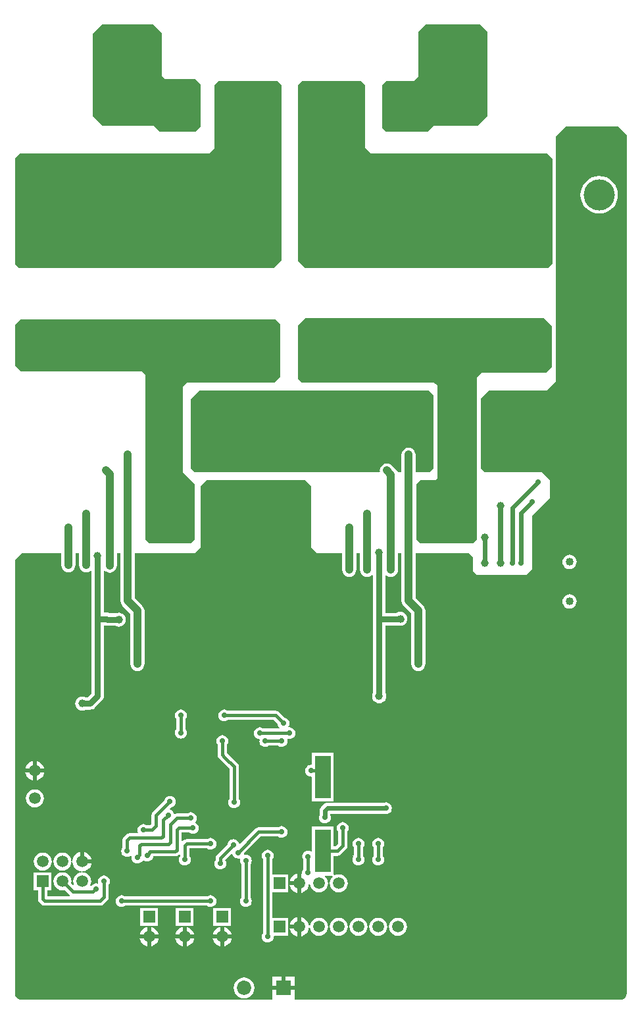
<source format=gbl>
G04*
G04 #@! TF.GenerationSoftware,Altium Limited,Altium Designer,21.0.9 (235)*
G04*
G04 Layer_Physical_Order=2*
G04 Layer_Color=16711680*
%FSLAX25Y25*%
%MOIN*%
G70*
G04*
G04 #@! TF.SameCoordinates,E5C10B9F-721F-4CD3-8270-1C0E1EB20485*
G04*
G04*
G04 #@! TF.FilePolarity,Positive*
G04*
G01*
G75*
%ADD13C,0.02362*%
%ADD19R,0.08661X0.21654*%
%ADD35R,0.07284X0.07284*%
%ADD72C,0.03150*%
%ADD74C,0.01570*%
%ADD78C,0.02756*%
%ADD79C,0.03937*%
%ADD80C,0.19685*%
%ADD81O,0.07874X0.11811*%
%ADD82R,0.07874X0.11811*%
%ADD83C,0.04000*%
%ADD84C,0.05906*%
%ADD85R,0.05906X0.05906*%
%ADD86C,0.15748*%
%ADD87C,0.07284*%
%ADD88C,0.03543*%
%ADD89C,0.03937*%
%ADD90C,0.02756*%
%ADD91R,0.07874X0.21654*%
G36*
X620500Y670000D02*
X620500Y627500D01*
X615500Y622500D01*
X593000D01*
X590000Y619500D01*
X569000D01*
X567000Y621500D01*
Y643000D01*
X569000Y645000D01*
X583000D01*
X585500Y647500D01*
X585500D01*
X585500Y649500D01*
X585500Y670000D01*
X589385Y673885D01*
X616615D01*
X620500Y670000D01*
D02*
G37*
G36*
X455500Y669500D02*
Y647500D01*
X457000Y646000D01*
X472500D01*
X475000Y643500D01*
Y622000D01*
X472500Y619500D01*
X454500D01*
X451500Y622500D01*
X425500D01*
X420500Y627500D01*
X420500Y669000D01*
X425385Y673885D01*
X451116D01*
X455500Y669500D01*
D02*
G37*
G36*
X558500Y643000D02*
X558500Y611500D01*
X561500Y608500D01*
X650500Y608500D01*
X653394Y605606D01*
X653394Y552894D01*
X651000Y550500D01*
X528000D01*
X524500Y554000D01*
X524500Y643000D01*
X526500Y645000D01*
X556500D01*
X558500Y643000D01*
D02*
G37*
G36*
X516000D02*
X516000Y554500D01*
X512000Y550500D01*
X406000Y550500D01*
X383000Y550500D01*
X381116Y552385D01*
Y606115D01*
X383500Y608500D01*
X479500D01*
X482000Y611000D01*
Y643000D01*
X484000Y645000D01*
X514000D01*
X516000Y643000D01*
D02*
G37*
G36*
X649000Y525000D02*
X653000Y521000D01*
X653000Y500500D01*
X650000Y497500D01*
X617500Y497500D01*
X615000Y495000D01*
X615000Y413000D01*
X613000Y411000D01*
X586500Y411000D01*
X584500Y413000D01*
X584500Y441000D01*
X586500Y443000D01*
X594000Y443000D01*
X595000Y444000D01*
X595000D01*
X595000Y491000D01*
X593000Y492500D01*
X526500D01*
X524500Y494500D01*
X524500Y521500D01*
X528000Y525000D01*
X649000Y525000D01*
D02*
G37*
G36*
X690884Y617616D02*
X690885Y183000D01*
X690894Y182953D01*
X690801Y182249D01*
X690512Y181550D01*
X690051Y180949D01*
X689450Y180489D01*
X688751Y180199D01*
X688047Y180106D01*
X688000Y180115D01*
X555000D01*
Y212433D01*
X555000Y212433D01*
X556182Y212589D01*
X557283Y213045D01*
X558229Y213771D01*
X558955Y214717D01*
X559411Y215818D01*
X559567Y217000D01*
X559411Y218182D01*
X558955Y219283D01*
X558229Y220229D01*
X557283Y220955D01*
X556182Y221411D01*
X555000Y221567D01*
X555000Y222067D01*
Y247522D01*
X555000Y248022D01*
X555771Y248123D01*
X556489Y248421D01*
X557106Y248894D01*
X557579Y249511D01*
X557877Y250229D01*
X557978Y251000D01*
X557877Y251771D01*
X557579Y252489D01*
X557406Y252715D01*
Y257285D01*
X557579Y257511D01*
X557877Y258229D01*
X557978Y259000D01*
X557877Y259771D01*
X557579Y260489D01*
X557106Y261106D01*
X556489Y261579D01*
X555771Y261877D01*
X555000Y261978D01*
X554229Y261877D01*
X553511Y261579D01*
X552894Y261106D01*
X552421Y260489D01*
X552123Y259771D01*
X552022Y259000D01*
X552123Y258229D01*
X552421Y257511D01*
X552594Y257285D01*
Y253000D01*
X552182D01*
X552429Y252500D01*
X552421Y252489D01*
X552123Y251771D01*
X552022Y251000D01*
X552123Y250229D01*
X552421Y249511D01*
X552894Y248894D01*
X553511Y248421D01*
X554229Y248123D01*
X555000Y248022D01*
X555000Y221567D01*
X553818Y221411D01*
X552717Y220955D01*
X551771Y220229D01*
X551045Y219283D01*
X550589Y218182D01*
X550433Y217000D01*
X550589Y215818D01*
X551045Y214717D01*
X551771Y213771D01*
X552717Y213045D01*
X553818Y212589D01*
X555000Y212433D01*
X555000Y180115D01*
X522997D01*
X522610Y180390D01*
X522610Y180615D01*
Y185016D01*
X517000D01*
X511390D01*
Y180615D01*
X511390Y180390D01*
X511003Y180115D01*
X384000D01*
X383953Y180106D01*
X383249Y180199D01*
X382550Y180489D01*
X381949Y180949D01*
X381488Y181550D01*
X381199Y182249D01*
X381163Y182520D01*
X381116Y183000D01*
X381115Y183495D01*
X381115Y402615D01*
X384500Y406000D01*
X386000Y406000D01*
X404426Y406000D01*
Y400000D01*
X404548Y399075D01*
X404905Y398213D01*
X405473Y397473D01*
X406213Y396905D01*
X407075Y396548D01*
X408000Y396426D01*
X408925Y396548D01*
X409787Y396905D01*
X410527Y397473D01*
X411095Y398213D01*
X411452Y399075D01*
X411574Y400000D01*
Y406000D01*
X413426Y406000D01*
Y400000D01*
X413548Y399075D01*
X413905Y398213D01*
X414473Y397473D01*
X415213Y396905D01*
X416075Y396548D01*
X417000Y396426D01*
X417925Y396548D01*
X418787Y396905D01*
X419168Y397198D01*
X419668Y396951D01*
Y372858D01*
Y335161D01*
X417684Y333177D01*
X416590D01*
X415925Y333452D01*
X415000Y333574D01*
X414075Y333452D01*
X413213Y333095D01*
X412473Y332527D01*
X411905Y331787D01*
X411548Y330925D01*
X411426Y330000D01*
X411548Y329075D01*
X411905Y328213D01*
X412473Y327473D01*
X413213Y326905D01*
X414075Y326548D01*
X415000Y326426D01*
X415925Y326548D01*
X416590Y326823D01*
X419000D01*
X419822Y326932D01*
X420588Y327249D01*
X421246Y327754D01*
X425091Y331599D01*
X425596Y332257D01*
X425913Y333023D01*
X426022Y333845D01*
Y369332D01*
X426522Y369600D01*
X426768Y369497D01*
X427591Y369389D01*
X431697D01*
X431787Y369320D01*
X432649Y368963D01*
X433574Y368842D01*
X434499Y368963D01*
X435361Y369320D01*
X436101Y369888D01*
X436669Y370628D01*
X437026Y371490D01*
X437148Y372415D01*
X437026Y373340D01*
X436669Y374202D01*
X436101Y374942D01*
X435361Y375510D01*
X434499Y375868D01*
X433574Y375989D01*
X432649Y375868D01*
X432348Y375743D01*
X428564D01*
X428121Y375926D01*
X427299Y376034D01*
X426022D01*
Y397047D01*
X426104Y397074D01*
X426522Y397162D01*
X427213Y396632D01*
X428075Y396275D01*
X429000Y396153D01*
X429925Y396275D01*
X430787Y396632D01*
X431527Y397200D01*
X432095Y397940D01*
X432452Y398802D01*
X432574Y399727D01*
Y406000D01*
X434426D01*
Y382000D01*
X434548Y381075D01*
X434905Y380213D01*
X435473Y379473D01*
X439426Y375520D01*
Y350000D01*
X439548Y349075D01*
X439905Y348213D01*
X440473Y347473D01*
X441213Y346905D01*
X442075Y346548D01*
X443000Y346426D01*
X443925Y346548D01*
X444787Y346905D01*
X445527Y347473D01*
X446095Y348213D01*
X446452Y349075D01*
X446574Y350000D01*
Y377000D01*
X446452Y377925D01*
X446095Y378787D01*
X445527Y379527D01*
X441574Y383480D01*
Y406000D01*
X472000Y406000D01*
X475000Y409000D01*
X475000Y440000D01*
X478000Y443000D01*
X528000Y443000D01*
X531000Y440000D01*
Y409000D01*
X534000Y406000D01*
X546828D01*
Y397672D01*
X546949Y396747D01*
X547306Y395885D01*
X547874Y395145D01*
X548615Y394577D01*
X549477Y394220D01*
X550402Y394098D01*
X551327Y394220D01*
X552188Y394577D01*
X552929Y395145D01*
X553497Y395885D01*
X553854Y396747D01*
X553975Y397672D01*
Y406000D01*
X555826D01*
Y397673D01*
X555948Y396748D01*
X556305Y395886D01*
X556873Y395146D01*
X556875Y395145D01*
X557615Y394577D01*
X558477Y394220D01*
X559402Y394098D01*
X560327Y394220D01*
X561189Y394577D01*
X561823Y395064D01*
X562323Y394904D01*
Y372737D01*
X562345Y372573D01*
Y335292D01*
X562070Y334628D01*
X561948Y333703D01*
X562070Y332778D01*
X562427Y331916D01*
X562994Y331175D01*
X563735Y330608D01*
X564597Y330251D01*
X565522Y330129D01*
X566447Y330251D01*
X567309Y330608D01*
X568049Y331175D01*
X568617Y331916D01*
X568974Y332778D01*
X569095Y333703D01*
X568974Y334628D01*
X568698Y335292D01*
Y369538D01*
X575029D01*
X575350Y369406D01*
X576275Y369284D01*
X577200Y369406D01*
X578062Y369762D01*
X578802Y370331D01*
X579370Y371071D01*
X579727Y371933D01*
X579849Y372858D01*
X579727Y373782D01*
X579370Y374644D01*
X578802Y375385D01*
X578062Y375953D01*
X577200Y376310D01*
X576275Y376431D01*
X575350Y376310D01*
X574488Y375953D01*
X574409Y375892D01*
X568677D01*
Y394666D01*
X569177Y394913D01*
X569615Y394577D01*
X570477Y394220D01*
X571402Y394098D01*
X572327Y394220D01*
X573188Y394577D01*
X573929Y395145D01*
X574027Y395243D01*
X574595Y395983D01*
X574952Y396845D01*
X575074Y397770D01*
Y406000D01*
X576828D01*
Y382000D01*
X576950Y381075D01*
X577307Y380213D01*
X577875Y379473D01*
X581828Y375520D01*
Y350000D01*
X581950Y349075D01*
X582306Y348213D01*
X582874Y347473D01*
X583615Y346905D01*
X584477Y346548D01*
X585402Y346426D01*
X586327Y346548D01*
X587188Y346905D01*
X587929Y347473D01*
X588497Y348213D01*
X588854Y349075D01*
X588975Y350000D01*
Y377000D01*
X588854Y377925D01*
X588497Y378787D01*
X587929Y379527D01*
X583976Y383480D01*
Y406000D01*
X611000Y406000D01*
X613000Y404000D01*
Y397000D01*
X615000Y395000D01*
X640000D01*
X643000Y398000D01*
Y404000D01*
X643000Y404000D01*
Y425000D01*
X652000Y434000D01*
X652000Y443000D01*
X648000Y447000D01*
X619000Y447000D01*
X617000Y449000D01*
X617000Y484500D01*
X621000Y488500D01*
X650500Y488500D01*
X655000Y493000D01*
X655000Y617000D01*
X660000Y622000D01*
X686500D01*
X690884Y617616D01*
D02*
G37*
G36*
X590500Y488500D02*
X593000Y486000D01*
Y449000D01*
X591000Y447000D01*
X583976D01*
Y456000D01*
X583854Y456925D01*
X583497Y457787D01*
X582929Y458527D01*
X582189Y459095D01*
X581327Y459452D01*
X580402Y459574D01*
X579477Y459452D01*
X578615Y459095D01*
X577875Y458527D01*
X577307Y457787D01*
X576950Y456925D01*
X576828Y456000D01*
Y447000D01*
X574880D01*
X574595Y447687D01*
X574027Y448427D01*
X571927Y450527D01*
X571187Y451095D01*
X570325Y451452D01*
X569400Y451574D01*
X568475Y451452D01*
X567613Y451095D01*
X566873Y450527D01*
X566305Y449787D01*
X565948Y448925D01*
X565826Y448000D01*
X565892Y447500D01*
X565458Y447000D01*
X472000D01*
X470000Y449000D01*
X470000Y484000D01*
X474500Y488500D01*
X590500Y488500D01*
D02*
G37*
G36*
X466000Y524500D02*
X513000Y524500D01*
X515500Y522000D01*
X515500Y495500D01*
X512500Y492500D01*
X468000Y492500D01*
X466000Y490500D01*
Y447000D01*
X472000Y441000D01*
Y413000D01*
X470000Y411000D01*
X449000D01*
X447000Y413000D01*
X447000Y496500D01*
X445500Y498000D01*
X384000Y498000D01*
X381116Y500884D01*
Y521615D01*
X384000Y524500D01*
X466000Y524500D01*
D02*
G37*
%LPC*%
G36*
X677000Y596994D02*
X675148Y596812D01*
X673367Y596272D01*
X671725Y595394D01*
X670286Y594214D01*
X669106Y592775D01*
X668228Y591133D01*
X667688Y589352D01*
X667506Y587500D01*
X667688Y585648D01*
X668228Y583867D01*
X669106Y582225D01*
X670286Y580786D01*
X671725Y579606D01*
X673367Y578728D01*
X675148Y578188D01*
X677000Y578006D01*
X678852Y578188D01*
X680633Y578728D01*
X682275Y579606D01*
X683714Y580786D01*
X684894Y582225D01*
X685772Y583867D01*
X686312Y585648D01*
X686494Y587500D01*
X686312Y589352D01*
X685772Y591133D01*
X684894Y592775D01*
X683714Y594214D01*
X682275Y595394D01*
X680633Y596272D01*
X678852Y596812D01*
X677000Y596994D01*
D02*
G37*
G36*
X662000Y405305D02*
X661067Y405183D01*
X660197Y404822D01*
X659450Y404249D01*
X658877Y403503D01*
X658517Y402633D01*
X658394Y401700D01*
X658517Y400767D01*
X658877Y399897D01*
X659450Y399150D01*
X660197Y398577D01*
X661067Y398217D01*
X662000Y398094D01*
X662933Y398217D01*
X663803Y398577D01*
X664550Y399150D01*
X665123Y399897D01*
X665483Y400767D01*
X665606Y401700D01*
X665483Y402633D01*
X665123Y403503D01*
X664550Y404249D01*
X663803Y404822D01*
X662933Y405183D01*
X662000Y405305D01*
D02*
G37*
G36*
Y385305D02*
X661067Y385183D01*
X660197Y384822D01*
X659450Y384249D01*
X658877Y383503D01*
X658517Y382633D01*
X658394Y381700D01*
X658517Y380767D01*
X658877Y379897D01*
X659450Y379150D01*
X660197Y378577D01*
X661067Y378217D01*
X662000Y378094D01*
X662933Y378217D01*
X663803Y378577D01*
X664550Y379150D01*
X665123Y379897D01*
X665483Y380767D01*
X665606Y381700D01*
X665483Y382633D01*
X665123Y383503D01*
X664550Y384249D01*
X663803Y384822D01*
X662933Y385183D01*
X662000Y385305D01*
D02*
G37*
G36*
X487000Y326978D02*
X486229Y326877D01*
X485511Y326579D01*
X484894Y326106D01*
X484421Y325489D01*
X484123Y324771D01*
X484022Y324000D01*
X484123Y323229D01*
X484421Y322511D01*
X484894Y321894D01*
X485511Y321421D01*
X486229Y321123D01*
X487000Y321022D01*
X487771Y321123D01*
X488489Y321421D01*
X488715Y321594D01*
X512003D01*
X514086Y319511D01*
X514123Y319229D01*
X514421Y318511D01*
X514885Y317906D01*
X514877Y317849D01*
X514709Y317406D01*
X506715D01*
X506489Y317579D01*
X505771Y317877D01*
X505000Y317978D01*
X504229Y317877D01*
X503511Y317579D01*
X502894Y317106D01*
X502421Y316489D01*
X502123Y315771D01*
X502022Y315000D01*
X502123Y314229D01*
X502421Y313511D01*
X502894Y312894D01*
X503511Y312421D01*
X504229Y312123D01*
X504487Y312089D01*
X504896Y311771D01*
X504871Y311578D01*
X504795Y311000D01*
X504896Y310229D01*
X505194Y309511D01*
X505667Y308894D01*
X506284Y308421D01*
X507002Y308123D01*
X507773Y308022D01*
X508544Y308123D01*
X509262Y308421D01*
X509488Y308594D01*
X514285D01*
X514511Y308421D01*
X515229Y308123D01*
X516000Y308022D01*
X516771Y308123D01*
X517489Y308421D01*
X518106Y308894D01*
X518579Y309511D01*
X518877Y310229D01*
X518978Y311000D01*
X518883Y311726D01*
X519054Y311947D01*
X519274Y312117D01*
X520000Y312022D01*
X520771Y312123D01*
X521489Y312421D01*
X522106Y312894D01*
X522579Y313511D01*
X522877Y314229D01*
X522978Y315000D01*
X522877Y315771D01*
X522579Y316489D01*
X522106Y317106D01*
X521489Y317579D01*
X520771Y317877D01*
X520000Y317978D01*
X519778Y317949D01*
X519508Y318418D01*
X519579Y318511D01*
X519877Y319229D01*
X519978Y320000D01*
X519877Y320771D01*
X519579Y321489D01*
X519106Y322106D01*
X518489Y322579D01*
X517771Y322877D01*
X517489Y322914D01*
X514701Y325701D01*
X513921Y326223D01*
X513000Y326406D01*
X488715D01*
X488489Y326579D01*
X487771Y326877D01*
X487000Y326978D01*
D02*
G37*
G36*
X465000D02*
X464229Y326877D01*
X463511Y326579D01*
X462894Y326106D01*
X462421Y325489D01*
X462123Y324771D01*
X462022Y324000D01*
X462123Y323229D01*
X462421Y322511D01*
X462594Y322285D01*
Y316855D01*
X462421Y316629D01*
X462123Y315911D01*
X462022Y315140D01*
X462123Y314369D01*
X462421Y313651D01*
X462894Y313034D01*
X463511Y312561D01*
X464229Y312263D01*
X465000Y312162D01*
X465771Y312263D01*
X466489Y312561D01*
X467106Y313034D01*
X467579Y313651D01*
X467877Y314369D01*
X467978Y315140D01*
X467877Y315911D01*
X467579Y316629D01*
X467406Y316855D01*
Y322285D01*
X467579Y322511D01*
X467877Y323229D01*
X467978Y324000D01*
X467877Y324771D01*
X467579Y325489D01*
X467106Y326106D01*
X466489Y326579D01*
X465771Y326877D01*
X465000Y326978D01*
D02*
G37*
G36*
X542512Y305102D02*
X531488D01*
Y299312D01*
X531112Y298982D01*
X530979Y299000D01*
X530208Y298898D01*
X529490Y298601D01*
X528873Y298127D01*
X528400Y297510D01*
X528102Y296792D01*
X528000Y296021D01*
X528102Y295250D01*
X528400Y294532D01*
X528873Y293915D01*
X529490Y293442D01*
X530208Y293144D01*
X530979Y293043D01*
X531112Y293061D01*
X531488Y292731D01*
Y281000D01*
Y280299D01*
X542512D01*
Y305102D01*
D02*
G37*
G36*
X391984Y300834D02*
Y296984D01*
X395834D01*
X395795Y297285D01*
X395299Y298482D01*
X394510Y299510D01*
X393482Y300299D01*
X392285Y300795D01*
X391984Y300834D01*
D02*
G37*
G36*
X390016D02*
X389715Y300795D01*
X388518Y300299D01*
X387490Y299510D01*
X386701Y298482D01*
X386205Y297285D01*
X386166Y296984D01*
X390016D01*
Y300834D01*
D02*
G37*
G36*
X395834Y295016D02*
X391984D01*
Y291166D01*
X392285Y291205D01*
X393482Y291701D01*
X394510Y292490D01*
X395299Y293518D01*
X395795Y294715D01*
X395834Y295016D01*
D02*
G37*
G36*
X390016D02*
X386166D01*
X386205Y294715D01*
X386701Y293518D01*
X387490Y292490D01*
X388518Y291701D01*
X389715Y291205D01*
X390016Y291166D01*
Y295016D01*
D02*
G37*
G36*
X391000Y286567D02*
X389818Y286411D01*
X388717Y285955D01*
X387771Y285229D01*
X387045Y284283D01*
X386589Y283182D01*
X386433Y282000D01*
X386589Y280818D01*
X387045Y279717D01*
X387771Y278771D01*
X388717Y278045D01*
X389818Y277589D01*
X391000Y277433D01*
X392182Y277589D01*
X393283Y278045D01*
X394229Y278771D01*
X394955Y279717D01*
X395411Y280818D01*
X395567Y282000D01*
X395411Y283182D01*
X394955Y284283D01*
X394229Y285229D01*
X393283Y285955D01*
X392182Y286411D01*
X391000Y286567D01*
D02*
G37*
G36*
X486000Y313978D02*
X485229Y313877D01*
X484511Y313579D01*
X483894Y313106D01*
X483421Y312489D01*
X483123Y311771D01*
X483022Y311000D01*
X483123Y310229D01*
X483421Y309511D01*
X483594Y309285D01*
Y304000D01*
X483777Y303079D01*
X484299Y302299D01*
X485799Y300799D01*
X489594Y297003D01*
Y281686D01*
X489443Y281489D01*
X489145Y280771D01*
X489044Y280000D01*
X489145Y279229D01*
X489443Y278511D01*
X489916Y277894D01*
X490533Y277421D01*
X491251Y277123D01*
X492022Y277022D01*
X492793Y277123D01*
X493511Y277421D01*
X494128Y277894D01*
X494601Y278511D01*
X494899Y279229D01*
X495000Y280000D01*
X494899Y280771D01*
X494601Y281489D01*
X494406Y281743D01*
Y298000D01*
X494223Y298921D01*
X493701Y299701D01*
X489201Y304201D01*
X488406Y304997D01*
Y309285D01*
X488579Y309511D01*
X488877Y310229D01*
X488978Y311000D01*
X488877Y311771D01*
X488579Y312489D01*
X488106Y313106D01*
X487489Y313579D01*
X486771Y313877D01*
X486000Y313978D01*
D02*
G37*
G36*
X568962Y279941D02*
X568191Y279839D01*
X568048Y279780D01*
X539459D01*
X538740Y279685D01*
X538069Y279407D01*
X537494Y278965D01*
X536110Y277582D01*
X535668Y277006D01*
X535390Y276336D01*
X535296Y275616D01*
Y273449D01*
X535123Y273033D01*
X535022Y272262D01*
X535123Y271491D01*
X535421Y270773D01*
X535894Y270156D01*
X536511Y269683D01*
X537229Y269386D01*
X538000Y269284D01*
X538771Y269386D01*
X539489Y269683D01*
X540106Y270156D01*
X540579Y270773D01*
X540877Y271491D01*
X540978Y272262D01*
X540877Y273033D01*
X540855Y273085D01*
Y274220D01*
X567866D01*
X568191Y274086D01*
X568962Y273984D01*
X569733Y274086D01*
X570451Y274383D01*
X571068Y274856D01*
X571542Y275473D01*
X571839Y276191D01*
X571941Y276962D01*
X571839Y277733D01*
X571542Y278451D01*
X571068Y279068D01*
X570451Y279542D01*
X569733Y279839D01*
X568962Y279941D01*
D02*
G37*
G36*
X459500Y283254D02*
X458729Y283152D01*
X458011Y282855D01*
X457394Y282382D01*
X456921Y281765D01*
X456623Y281046D01*
X456586Y280764D01*
X450799Y274977D01*
X450277Y274196D01*
X450094Y273276D01*
Y268997D01*
X449485Y268388D01*
X447715D01*
X447489Y268561D01*
X446771Y268859D01*
X446000Y268960D01*
X445229Y268859D01*
X444511Y268561D01*
X443894Y268088D01*
X443421Y267471D01*
X443123Y266753D01*
X443022Y265982D01*
X443123Y265211D01*
X443250Y264906D01*
X442916Y264406D01*
X439000D01*
X438079Y264223D01*
X437299Y263701D01*
X436077Y262480D01*
X435555Y261699D01*
X435372Y260778D01*
Y256990D01*
X435199Y256765D01*
X434902Y256046D01*
X434800Y255276D01*
X434902Y254505D01*
X435199Y253786D01*
X435672Y253170D01*
X436289Y252696D01*
X437007Y252399D01*
X437778Y252297D01*
X438549Y252399D01*
X439267Y252696D01*
X439683Y253015D01*
X440000Y252840D01*
X440116Y252717D01*
X440022Y252000D01*
X440123Y251229D01*
X440421Y250511D01*
X440894Y249894D01*
X441511Y249421D01*
X442229Y249123D01*
X443000Y249022D01*
X443771Y249123D01*
X444489Y249421D01*
X445106Y249894D01*
X445579Y250511D01*
X445580Y250514D01*
X446186Y250670D01*
X446511Y250421D01*
X447229Y250123D01*
X448000Y250022D01*
X448771Y250123D01*
X449489Y250421D01*
X450106Y250894D01*
X450579Y251511D01*
X450877Y252229D01*
X450925Y252594D01*
X462080D01*
X463001Y252777D01*
X463782Y253299D01*
X464132Y253649D01*
X464594Y253458D01*
Y252715D01*
X464421Y252489D01*
X464123Y251771D01*
X464022Y251000D01*
X464123Y250229D01*
X464421Y249511D01*
X464894Y248894D01*
X465511Y248421D01*
X466229Y248123D01*
X467000Y248022D01*
X467771Y248123D01*
X468489Y248421D01*
X469106Y248894D01*
X469579Y249511D01*
X469877Y250229D01*
X469978Y251000D01*
X469877Y251771D01*
X469579Y252489D01*
X469406Y252715D01*
Y256594D01*
X478285D01*
X478511Y256421D01*
X479229Y256123D01*
X480000Y256022D01*
X480771Y256123D01*
X481489Y256421D01*
X482106Y256894D01*
X482579Y257511D01*
X482877Y258229D01*
X482978Y259000D01*
X482877Y259771D01*
X482579Y260489D01*
X482106Y261106D01*
X481489Y261579D01*
X480771Y261877D01*
X480000Y261978D01*
X479229Y261877D01*
X478511Y261579D01*
X478285Y261406D01*
X468000D01*
X467079Y261223D01*
X466299Y260701D01*
X465868Y260271D01*
X465406Y260462D01*
Y264594D01*
X469264D01*
X469582Y264350D01*
X470300Y264053D01*
X471071Y263951D01*
X471841Y264053D01*
X472560Y264350D01*
X473176Y264824D01*
X473650Y265440D01*
X473947Y266159D01*
X474049Y266929D01*
X473947Y267700D01*
X473650Y268419D01*
X473176Y269035D01*
X472560Y269509D01*
X472445Y269556D01*
X472306Y270155D01*
X472579Y270511D01*
X472877Y271229D01*
X472978Y272000D01*
X472877Y272771D01*
X472579Y273489D01*
X472106Y274106D01*
X471489Y274579D01*
X470771Y274877D01*
X470000Y274978D01*
X469229Y274877D01*
X468511Y274579D01*
X468285Y274406D01*
X463000D01*
X462079Y274223D01*
X461877Y274088D01*
X461545Y274238D01*
X461397Y274368D01*
X461122Y275032D01*
X460648Y275648D01*
X460032Y276122D01*
X459625Y276290D01*
X459507Y276880D01*
X459989Y277362D01*
X460271Y277399D01*
X460989Y277696D01*
X461606Y278170D01*
X462079Y278786D01*
X462377Y279505D01*
X462478Y280276D01*
X462377Y281046D01*
X462079Y281765D01*
X461606Y282382D01*
X460989Y282855D01*
X460271Y283152D01*
X459500Y283254D01*
D02*
G37*
G36*
X516000Y267978D02*
X515229Y267877D01*
X514511Y267579D01*
X514285Y267406D01*
X504500D01*
X503579Y267223D01*
X502799Y266701D01*
X494998Y258900D01*
X494524Y259061D01*
X494515Y259133D01*
X494217Y259851D01*
X493744Y260468D01*
X493127Y260941D01*
X492409Y261239D01*
X491638Y261340D01*
X490867Y261239D01*
X490149Y260941D01*
X489532Y260468D01*
X489059Y259851D01*
X488761Y259133D01*
X488724Y258851D01*
X483299Y253426D01*
X482777Y252645D01*
X482594Y251724D01*
Y250715D01*
X482421Y250489D01*
X482123Y249771D01*
X482022Y249000D01*
X482123Y248229D01*
X482421Y247511D01*
X482894Y246894D01*
X483511Y246421D01*
X484229Y246123D01*
X485000Y246022D01*
X485771Y246123D01*
X486489Y246421D01*
X487106Y246894D01*
X487579Y247511D01*
X487877Y248229D01*
X487978Y249000D01*
X487877Y249771D01*
X487579Y250489D01*
X487406Y250715D01*
Y250728D01*
X490640Y253962D01*
X491114Y253801D01*
X491123Y253729D01*
X491421Y253011D01*
X491894Y252394D01*
X492511Y251921D01*
X493229Y251623D01*
X494000Y251522D01*
X494682Y251611D01*
X494938Y251393D01*
X495073Y251207D01*
X494980Y250500D01*
X495082Y249729D01*
X495379Y249011D01*
X495552Y248785D01*
Y231715D01*
X495379Y231489D01*
X495082Y230771D01*
X494980Y230000D01*
X495082Y229229D01*
X495379Y228511D01*
X495852Y227894D01*
X496469Y227421D01*
X497188Y227123D01*
X497958Y227022D01*
X498729Y227123D01*
X499447Y227421D01*
X500064Y227894D01*
X500538Y228511D01*
X500835Y229229D01*
X500937Y230000D01*
X500835Y230771D01*
X500538Y231489D01*
X500364Y231715D01*
Y248785D01*
X500538Y249011D01*
X500835Y249729D01*
X500937Y250500D01*
X500835Y251271D01*
X500538Y251989D01*
X500064Y252606D01*
X499447Y253079D01*
X498729Y253377D01*
X497958Y253478D01*
X497497Y253417D01*
X497037Y253783D01*
X497001Y254099D01*
X505497Y262594D01*
X514285D01*
X514511Y262421D01*
X515229Y262123D01*
X516000Y262022D01*
X516771Y262123D01*
X517489Y262421D01*
X518106Y262894D01*
X518579Y263511D01*
X518877Y264229D01*
X518978Y265000D01*
X518877Y265771D01*
X518579Y266489D01*
X518106Y267106D01*
X517489Y267579D01*
X516771Y267877D01*
X516000Y267978D01*
D02*
G37*
G36*
X547000Y269978D02*
X546229Y269877D01*
X545511Y269579D01*
X544894Y269106D01*
X544421Y268489D01*
X544123Y267771D01*
X544022Y267000D01*
X544123Y266229D01*
X544421Y265511D01*
X544594Y265285D01*
Y258997D01*
X543303Y257705D01*
X542512D01*
Y267701D01*
X531488D01*
Y255261D01*
X531040Y255040D01*
X530989Y255079D01*
X530271Y255377D01*
X529500Y255478D01*
X528729Y255377D01*
X528011Y255079D01*
X527394Y254606D01*
X526921Y253989D01*
X526623Y253271D01*
X526588Y253000D01*
X526208D01*
X526538Y252624D01*
X526522Y252500D01*
X526623Y251729D01*
X526921Y251011D01*
X527094Y250785D01*
Y246215D01*
X526921Y245989D01*
X526623Y245271D01*
X526522Y244500D01*
X526558Y244222D01*
X526481Y244101D01*
X526107Y243818D01*
X525984Y243834D01*
Y239000D01*
Y234166D01*
X526285Y234205D01*
X527482Y234701D01*
X528510Y235490D01*
X529299Y236518D01*
X529795Y237715D01*
X529946Y238868D01*
X530451D01*
X530589Y237818D01*
X531045Y236717D01*
X531771Y235771D01*
X532717Y235045D01*
X533818Y234589D01*
X535000Y234433D01*
X536182Y234589D01*
X537283Y235045D01*
X538229Y235771D01*
X538955Y236717D01*
X539411Y237818D01*
X539567Y239000D01*
X539411Y240182D01*
X538955Y241283D01*
X538229Y242229D01*
X537975Y242424D01*
X538136Y242898D01*
X541821D01*
X541991Y242398D01*
X541771Y242229D01*
X541045Y241283D01*
X540589Y240182D01*
X540433Y239000D01*
X540589Y237818D01*
X541045Y236717D01*
X541771Y235771D01*
X542717Y235045D01*
X543818Y234589D01*
X545000Y234433D01*
X546182Y234589D01*
X547283Y235045D01*
X548229Y235771D01*
X548955Y236717D01*
X549411Y237818D01*
X549567Y239000D01*
X549411Y240182D01*
X548955Y241283D01*
X548229Y242229D01*
X547283Y242955D01*
X546182Y243411D01*
X545000Y243567D01*
X543818Y243411D01*
X543012Y243077D01*
X542512Y243403D01*
Y252893D01*
X544299D01*
X544836Y253000D01*
X546006D01*
X545854Y253500D01*
X546000Y253598D01*
X548701Y256299D01*
X549223Y257079D01*
X549406Y258000D01*
Y265285D01*
X549579Y265511D01*
X549877Y266229D01*
X549978Y267000D01*
X549877Y267771D01*
X549579Y268489D01*
X549106Y269106D01*
X548489Y269579D01*
X547771Y269877D01*
X547000Y269978D01*
D02*
G37*
G36*
X415984Y254834D02*
Y250984D01*
X419834D01*
X419795Y251285D01*
X419299Y252482D01*
X418510Y253510D01*
X417482Y254299D01*
X416285Y254795D01*
X415984Y254834D01*
D02*
G37*
G36*
X414016D02*
X413715Y254795D01*
X412518Y254299D01*
X411490Y253510D01*
X410701Y252482D01*
X410205Y251285D01*
X410083Y250356D01*
X410054Y250132D01*
X409549D01*
X409520Y250356D01*
X409411Y251182D01*
X408955Y252283D01*
X408229Y253229D01*
X407283Y253955D01*
X406182Y254411D01*
X405000Y254567D01*
X403818Y254411D01*
X402717Y253955D01*
X401771Y253229D01*
X401045Y252283D01*
X400589Y251182D01*
X400433Y250000D01*
X400589Y248818D01*
X401045Y247717D01*
X401771Y246771D01*
X402717Y246045D01*
X403818Y245589D01*
X405000Y245433D01*
X406182Y245589D01*
X407283Y246045D01*
X408229Y246771D01*
X408955Y247717D01*
X409411Y248818D01*
X409520Y249644D01*
X409549Y249868D01*
X410054D01*
X410083Y249644D01*
X410205Y248715D01*
X410701Y247518D01*
X411490Y246490D01*
X412518Y245701D01*
X413715Y245205D01*
X414644Y245083D01*
X414868Y245054D01*
Y244549D01*
X414644Y244520D01*
X413818Y244411D01*
X412717Y243955D01*
X411771Y243229D01*
X411045Y242283D01*
X410589Y241182D01*
X410433Y240000D01*
X410589Y238818D01*
X410799Y238311D01*
X410375Y238027D01*
X409431Y238971D01*
X409567Y240000D01*
X409411Y241182D01*
X408955Y242283D01*
X408229Y243229D01*
X407283Y243955D01*
X406182Y244411D01*
X405000Y244567D01*
X403818Y244411D01*
X402717Y243955D01*
X401771Y243229D01*
X401045Y242283D01*
X400589Y241182D01*
X400433Y240000D01*
X400589Y238818D01*
X401045Y237717D01*
X401771Y236771D01*
X402717Y236045D01*
X403818Y235589D01*
X405000Y235433D01*
X406029Y235569D01*
X408611Y232986D01*
X408731Y232906D01*
X408579Y232406D01*
X397406D01*
Y235472D01*
X399528D01*
Y244528D01*
X390472D01*
Y235472D01*
X392594D01*
Y231000D01*
X392777Y230079D01*
X393299Y229299D01*
X394299Y228299D01*
X395079Y227777D01*
X396000Y227594D01*
X424000D01*
X424921Y227777D01*
X425701Y228299D01*
X427701Y230299D01*
X428223Y231079D01*
X428406Y232000D01*
Y238285D01*
X428579Y238511D01*
X428877Y239229D01*
X428978Y240000D01*
X428877Y240771D01*
X428579Y241489D01*
X428106Y242106D01*
X427489Y242579D01*
X426771Y242877D01*
X426000Y242978D01*
X425229Y242877D01*
X424511Y242579D01*
X423894Y242106D01*
X423421Y241489D01*
X423123Y240771D01*
X423022Y240000D01*
X423117Y239274D01*
X422947Y239054D01*
X422726Y238883D01*
X422000Y238978D01*
X421229Y238877D01*
X420511Y238579D01*
X419894Y238106D01*
X419421Y237489D01*
X419413Y237471D01*
X419367Y237469D01*
X419357Y237475D01*
X419055Y237959D01*
X419411Y238818D01*
X419567Y240000D01*
X419411Y241182D01*
X418955Y242283D01*
X418229Y243229D01*
X417283Y243955D01*
X416182Y244411D01*
X415356Y244520D01*
X415132Y244549D01*
Y245054D01*
X415356Y245083D01*
X416285Y245205D01*
X417482Y245701D01*
X418510Y246490D01*
X419299Y247518D01*
X419795Y248715D01*
X419834Y249016D01*
X415000D01*
Y250000D01*
X414016D01*
Y254834D01*
D02*
G37*
G36*
X565000Y261978D02*
X564229Y261877D01*
X563511Y261579D01*
X562894Y261106D01*
X562421Y260489D01*
X562123Y259771D01*
X562022Y259000D01*
X562123Y258229D01*
X562421Y257511D01*
X562594Y257285D01*
Y252715D01*
X562421Y252489D01*
X562123Y251771D01*
X562022Y251000D01*
X562123Y250229D01*
X562421Y249511D01*
X562894Y248894D01*
X563511Y248421D01*
X564229Y248123D01*
X565000Y248022D01*
X565771Y248123D01*
X566489Y248421D01*
X567106Y248894D01*
X567579Y249511D01*
X567877Y250229D01*
X567978Y251000D01*
X567877Y251771D01*
X567579Y252489D01*
X567406Y252715D01*
Y257285D01*
X567579Y257511D01*
X567877Y258229D01*
X567978Y259000D01*
X567877Y259771D01*
X567579Y260489D01*
X567106Y261106D01*
X566489Y261579D01*
X565771Y261877D01*
X565000Y261978D01*
D02*
G37*
G36*
X395000Y254567D02*
X393818Y254411D01*
X392717Y253955D01*
X391771Y253229D01*
X391045Y252283D01*
X390589Y251182D01*
X390433Y250000D01*
X390589Y248818D01*
X391045Y247717D01*
X391771Y246771D01*
X392717Y246045D01*
X393818Y245589D01*
X395000Y245433D01*
X396182Y245589D01*
X397283Y246045D01*
X398229Y246771D01*
X398955Y247717D01*
X399411Y248818D01*
X399567Y250000D01*
X399411Y251182D01*
X398955Y252283D01*
X398229Y253229D01*
X397283Y253955D01*
X396182Y254411D01*
X395000Y254567D01*
D02*
G37*
G36*
X524016Y243834D02*
X523715Y243795D01*
X522518Y243299D01*
X521490Y242510D01*
X520701Y241482D01*
X520205Y240285D01*
X520166Y239984D01*
X524016D01*
Y243834D01*
D02*
G37*
G36*
Y238016D02*
X520166D01*
X520205Y237715D01*
X520701Y236518D01*
X521490Y235490D01*
X522518Y234701D01*
X523715Y234205D01*
X524016Y234166D01*
Y238016D01*
D02*
G37*
G36*
X480000Y232978D02*
X479229Y232877D01*
X478511Y232579D01*
X478285Y232406D01*
X436715D01*
X436489Y232579D01*
X435771Y232877D01*
X435000Y232978D01*
X434229Y232877D01*
X433511Y232579D01*
X432894Y232106D01*
X432421Y231489D01*
X432123Y230771D01*
X432022Y230000D01*
X432123Y229229D01*
X432421Y228511D01*
X432894Y227894D01*
X433511Y227421D01*
X434229Y227123D01*
X435000Y227022D01*
X435771Y227123D01*
X436489Y227421D01*
X436715Y227594D01*
X478285D01*
X478511Y227421D01*
X479229Y227123D01*
X480000Y227022D01*
X480771Y227123D01*
X481489Y227421D01*
X482106Y227894D01*
X482579Y228511D01*
X482877Y229229D01*
X482978Y230000D01*
X482877Y230771D01*
X482579Y231489D01*
X482106Y232106D01*
X481489Y232579D01*
X480771Y232877D01*
X480000Y232978D01*
D02*
G37*
G36*
X524016Y221834D02*
X523715Y221795D01*
X522518Y221299D01*
X521490Y220510D01*
X520701Y219482D01*
X520205Y218285D01*
X520166Y217984D01*
X524016D01*
Y221834D01*
D02*
G37*
G36*
X490527Y226528D02*
X481472D01*
Y226000D01*
Y217472D01*
X490527D01*
Y226000D01*
Y226528D01*
D02*
G37*
G36*
X471527D02*
X462472D01*
Y226000D01*
Y217472D01*
X471527D01*
Y226000D01*
Y226528D01*
D02*
G37*
G36*
X453527D02*
X444473D01*
Y226000D01*
Y217472D01*
X453527D01*
Y226000D01*
Y226528D01*
D02*
G37*
G36*
X486984Y216834D02*
Y212984D01*
X490834D01*
X490795Y213285D01*
X490299Y214482D01*
X489510Y215510D01*
X488482Y216299D01*
X487285Y216795D01*
X486984Y216834D01*
D02*
G37*
G36*
X485016D02*
X484715Y216795D01*
X483518Y216299D01*
X482490Y215510D01*
X481701Y214482D01*
X481205Y213285D01*
X481166Y212984D01*
X485016D01*
Y216834D01*
D02*
G37*
G36*
X467984D02*
Y212984D01*
X471834D01*
X471795Y213285D01*
X471299Y214482D01*
X470510Y215510D01*
X469482Y216299D01*
X468285Y216795D01*
X467984Y216834D01*
D02*
G37*
G36*
X466016D02*
X465715Y216795D01*
X464518Y216299D01*
X463490Y215510D01*
X462701Y214482D01*
X462205Y213285D01*
X462166Y212984D01*
X466016D01*
Y216834D01*
D02*
G37*
G36*
X449984D02*
Y212984D01*
X453834D01*
X453795Y213285D01*
X453299Y214482D01*
X452510Y215510D01*
X451482Y216299D01*
X450285Y216795D01*
X449984Y216834D01*
D02*
G37*
G36*
X448016D02*
X447715Y216795D01*
X446518Y216299D01*
X445490Y215510D01*
X444701Y214482D01*
X444205Y213285D01*
X444166Y212984D01*
X448016D01*
Y216834D01*
D02*
G37*
G36*
X575000Y221567D02*
X573818Y221411D01*
X572717Y220955D01*
X571771Y220229D01*
X571045Y219283D01*
X570589Y218182D01*
X570433Y217000D01*
X570589Y215818D01*
X571045Y214717D01*
X571771Y213771D01*
X572717Y213045D01*
X573818Y212589D01*
X575000Y212433D01*
X576182Y212589D01*
X577283Y213045D01*
X578229Y213771D01*
X578955Y214717D01*
X579411Y215818D01*
X579567Y217000D01*
X579411Y218182D01*
X578955Y219283D01*
X578229Y220229D01*
X577283Y220955D01*
X576182Y221411D01*
X575000Y221567D01*
D02*
G37*
G36*
X565000D02*
X563818Y221411D01*
X562717Y220955D01*
X561771Y220229D01*
X561045Y219283D01*
X560589Y218182D01*
X560433Y217000D01*
X560589Y215818D01*
X561045Y214717D01*
X561771Y213771D01*
X562717Y213045D01*
X563818Y212589D01*
X565000Y212433D01*
X566182Y212589D01*
X567283Y213045D01*
X568229Y213771D01*
X568955Y214717D01*
X569411Y215818D01*
X569567Y217000D01*
X569411Y218182D01*
X568955Y219283D01*
X568229Y220229D01*
X567283Y220955D01*
X566182Y221411D01*
X565000Y221567D01*
D02*
G37*
G36*
X545000D02*
X543818Y221411D01*
X542717Y220955D01*
X541771Y220229D01*
X541045Y219283D01*
X540589Y218182D01*
X540433Y217000D01*
X540589Y215818D01*
X541045Y214717D01*
X541771Y213771D01*
X542717Y213045D01*
X543818Y212589D01*
X545000Y212433D01*
X546182Y212589D01*
X547283Y213045D01*
X548229Y213771D01*
X548955Y214717D01*
X549411Y215818D01*
X549567Y217000D01*
X549411Y218182D01*
X548955Y219283D01*
X548229Y220229D01*
X547283Y220955D01*
X546182Y221411D01*
X545000Y221567D01*
D02*
G37*
G36*
X525984Y221834D02*
Y217000D01*
Y212166D01*
X526285Y212205D01*
X527482Y212701D01*
X528510Y213490D01*
X529299Y214518D01*
X529795Y215715D01*
X529917Y216644D01*
X529946Y216868D01*
X530451D01*
X530480Y216644D01*
X530589Y215818D01*
X531045Y214717D01*
X531771Y213771D01*
X532717Y213045D01*
X533818Y212589D01*
X535000Y212433D01*
X536182Y212589D01*
X537283Y213045D01*
X538229Y213771D01*
X538955Y214717D01*
X539411Y215818D01*
X539567Y217000D01*
X539411Y218182D01*
X538955Y219283D01*
X538229Y220229D01*
X537283Y220955D01*
X536182Y221411D01*
X535000Y221567D01*
X533818Y221411D01*
X532717Y220955D01*
X531771Y220229D01*
X531045Y219283D01*
X530589Y218182D01*
X530480Y217356D01*
X530451Y217132D01*
X529946D01*
X529917Y217356D01*
X529795Y218285D01*
X529299Y219482D01*
X528510Y220510D01*
X527482Y221299D01*
X526285Y221795D01*
X525984Y221834D01*
D02*
G37*
G36*
X524016Y216016D02*
X520166D01*
X520205Y215715D01*
X520701Y214518D01*
X521490Y213490D01*
X522518Y212701D01*
X523715Y212205D01*
X524016Y212166D01*
Y216016D01*
D02*
G37*
G36*
X509000Y255978D02*
X508229Y255877D01*
X507511Y255579D01*
X506894Y255106D01*
X506421Y254489D01*
X506123Y253771D01*
X506022Y253000D01*
X506123Y252229D01*
X506421Y251511D01*
X506594Y251285D01*
Y213715D01*
X506421Y213489D01*
X506123Y212771D01*
X506022Y212000D01*
X506123Y211229D01*
X506421Y210511D01*
X506894Y209894D01*
X507511Y209421D01*
X508229Y209123D01*
X509000Y209022D01*
X509771Y209123D01*
X510489Y209421D01*
X511106Y209894D01*
X511579Y210511D01*
X511877Y211229D01*
X511978Y212000D01*
X511966Y212097D01*
X512295Y212472D01*
X519527D01*
Y221528D01*
X511406D01*
Y234472D01*
X519527D01*
Y243528D01*
X511406D01*
Y251285D01*
X511579Y251511D01*
X511877Y252229D01*
X511978Y253000D01*
X511877Y253771D01*
X511579Y254489D01*
X511106Y255106D01*
X510489Y255579D01*
X509771Y255877D01*
X509000Y255978D01*
D02*
G37*
G36*
X490834Y211016D02*
X486984D01*
Y207166D01*
X487285Y207205D01*
X488482Y207701D01*
X489510Y208490D01*
X490299Y209518D01*
X490795Y210715D01*
X490834Y211016D01*
D02*
G37*
G36*
X485016D02*
X481166D01*
X481205Y210715D01*
X481701Y209518D01*
X482490Y208490D01*
X483518Y207701D01*
X484715Y207205D01*
X485016Y207166D01*
Y211016D01*
D02*
G37*
G36*
X471834D02*
X467984D01*
Y207166D01*
X468285Y207205D01*
X469482Y207701D01*
X470510Y208490D01*
X471299Y209518D01*
X471795Y210715D01*
X471834Y211016D01*
D02*
G37*
G36*
X466016D02*
X462166D01*
X462205Y210715D01*
X462701Y209518D01*
X463490Y208490D01*
X464518Y207701D01*
X465715Y207205D01*
X466016Y207166D01*
Y211016D01*
D02*
G37*
G36*
X453834D02*
X449984D01*
Y207166D01*
X450285Y207205D01*
X451482Y207701D01*
X452510Y208490D01*
X453299Y209518D01*
X453795Y210715D01*
X453834Y211016D01*
D02*
G37*
G36*
X448016D02*
X444166D01*
X444205Y210715D01*
X444701Y209518D01*
X445490Y208490D01*
X446518Y207701D01*
X447715Y207205D01*
X448016Y207166D01*
Y211016D01*
D02*
G37*
G36*
X522610Y191610D02*
X517984D01*
Y186984D01*
X522610D01*
Y191610D01*
D02*
G37*
G36*
X516016D02*
X511390D01*
Y186984D01*
X516016D01*
Y191610D01*
D02*
G37*
G36*
X497000Y191261D02*
X495638Y191082D01*
X494369Y190557D01*
X493280Y189720D01*
X492443Y188631D01*
X491918Y187362D01*
X491739Y186000D01*
X491918Y184638D01*
X492443Y183369D01*
X493280Y182280D01*
X494369Y181443D01*
X495638Y180918D01*
X497000Y180738D01*
X498362Y180918D01*
X499631Y181443D01*
X500721Y182280D01*
X501557Y183369D01*
X502082Y184638D01*
X502261Y186000D01*
X502082Y187362D01*
X501557Y188631D01*
X500721Y189720D01*
X499631Y190557D01*
X498362Y191082D01*
X497000Y191261D01*
D02*
G37*
%LPD*%
D13*
X637472Y401000D02*
Y426472D01*
X642834Y431834D01*
X643000Y439000D02*
X646000Y442000D01*
X633000Y401000D02*
Y429000D01*
X643000Y439000D01*
X528000Y288000D02*
X530000D01*
X526000Y290000D02*
X528000Y288000D01*
X538075Y272338D02*
Y275616D01*
X538000Y272262D02*
X538075Y272338D01*
X539459Y277000D02*
X569000D01*
X538075Y275616D02*
X539459Y277000D01*
X619000Y401000D02*
Y414000D01*
D19*
X553059Y631500D02*
D03*
X572941D02*
D03*
X510000Y604500D02*
D03*
X529882D02*
D03*
X529941Y631500D02*
D03*
X510059D02*
D03*
X468059D02*
D03*
X487941D02*
D03*
D35*
X517000Y186000D02*
D03*
D72*
X565500Y372737D02*
Y406500D01*
Y372737D02*
X565522Y372715D01*
X427591Y372566D02*
X433424D01*
X433574Y372415D01*
X427299Y372858D02*
X427591Y372566D01*
X422845Y372858D02*
X427299D01*
X565522Y333703D02*
Y372715D01*
X576550D01*
X419000Y330000D02*
X422845Y333845D01*
Y372858D01*
Y404845D01*
X415000Y330000D02*
X419000D01*
D74*
X492000Y280022D02*
X492022Y280000D01*
X487500Y302500D02*
X492000Y298000D01*
Y280022D02*
Y298000D01*
X452500Y273276D02*
X459500Y280276D01*
X452500Y268000D02*
Y273276D01*
X450482Y265982D02*
X452500Y268000D01*
X456000Y262920D02*
Y271000D01*
X458543Y273543D01*
X446000Y265982D02*
X450482D01*
X459855Y259920D02*
Y268855D01*
X463000Y272000D02*
X470000D01*
X459855Y268855D02*
X463000Y272000D01*
X439000Y262000D02*
X455080D01*
X437778Y260778D02*
X439000Y262000D01*
X437778Y255276D02*
Y260778D01*
X455080Y262000D02*
X456000Y262920D01*
X504500Y265000D02*
X516000D01*
X504500D02*
X506500D01*
X494000Y254500D02*
X504500Y265000D01*
X485000Y251724D02*
X491638Y258362D01*
X497958Y230000D02*
Y250500D01*
X529500Y244500D02*
Y252500D01*
X509000Y212000D02*
Y253000D01*
X485000Y249000D02*
Y251724D01*
X513000Y324000D02*
X517000Y320000D01*
X487000Y324000D02*
X513000D01*
X486000Y304000D02*
X487500Y302500D01*
X486000Y304000D02*
Y311000D01*
X465000Y315140D02*
Y324000D01*
X505000Y315000D02*
X520000D01*
X507773Y311000D02*
X508000D01*
X516000D01*
X395000Y231000D02*
Y240000D01*
X405000D02*
X410313Y234687D01*
X420366D01*
X421679Y236000D01*
X422000D01*
X396000Y230000D02*
X424000D01*
X395000Y231000D02*
X396000Y230000D01*
X426000Y232000D02*
Y240000D01*
X424000Y230000D02*
X426000Y232000D01*
X463000Y255920D02*
Y266080D01*
X462080Y255000D02*
X463000Y255920D01*
X463920Y267000D02*
X471000D01*
X458791Y258855D02*
X459855Y259920D01*
X463000Y266080D02*
X463920Y267000D01*
X444000Y253321D02*
Y257936D01*
X444920Y258855D01*
X458791D01*
X443000Y252321D02*
X444000Y253321D01*
X443000Y252000D02*
Y252321D01*
X448000Y253000D02*
Y253321D01*
X449513Y255000D02*
X462080D01*
X448593Y254080D02*
X449513Y255000D01*
X448000Y253321D02*
X448593Y253914D01*
Y254080D01*
X471000Y267000D02*
X471071Y266929D01*
X435000Y230000D02*
X480000D01*
X530979Y296021D02*
X535979D01*
X537000Y295000D01*
Y255299D02*
X544299D01*
X547000Y258000D02*
Y267000D01*
X544299Y255299D02*
X547000Y258000D01*
X468000Y259000D02*
X480000D01*
X467000Y251000D02*
Y258000D01*
X468000Y259000D01*
X565000Y251000D02*
Y259000D01*
X555000Y251000D02*
Y259000D01*
D78*
X627000Y401000D02*
Y430000D01*
D79*
X571500Y397770D02*
Y445900D01*
X571402Y397672D02*
X571500Y397770D01*
X569400Y448000D02*
X571500Y445900D01*
X559400Y397673D02*
Y426000D01*
Y397673D02*
X559402Y397672D01*
X550402D02*
Y419000D01*
X417000Y400000D02*
Y426000D01*
X580402Y382000D02*
Y456000D01*
Y382000D02*
X585402Y377000D01*
Y350000D02*
Y377000D01*
X443000Y350000D02*
Y377000D01*
X438000Y382000D02*
X443000Y377000D01*
X438000Y382000D02*
Y456000D01*
X408000Y400000D02*
Y419000D01*
X429000Y399727D02*
Y446000D01*
X427000Y448000D02*
X429000Y446000D01*
D80*
X602000Y652000D02*
D03*
X437500D02*
D03*
X635827Y562000D02*
D03*
Y511000D02*
D03*
X396850Y562000D02*
D03*
Y511000D02*
D03*
D81*
X479343Y573449D02*
D03*
X459657D02*
D03*
X479343Y504551D02*
D03*
X459657D02*
D03*
X439972Y573449D02*
D03*
X499028D02*
D03*
Y504551D02*
D03*
X595870Y504500D02*
D03*
Y573398D02*
D03*
X536815D02*
D03*
X556500Y504500D02*
D03*
X576185D02*
D03*
X556500Y573398D02*
D03*
X576185D02*
D03*
D82*
X439972Y504551D02*
D03*
X536815Y504500D02*
D03*
D83*
X662000Y401700D02*
D03*
Y381700D02*
D03*
Y391700D02*
D03*
D84*
X486000Y212000D02*
D03*
X467000D02*
D03*
X449000D02*
D03*
X391000Y296000D02*
D03*
Y282000D02*
D03*
X415000Y240000D02*
D03*
X405000Y250000D02*
D03*
Y240000D02*
D03*
X395000Y250000D02*
D03*
X415000D02*
D03*
X545000Y239000D02*
D03*
X535000D02*
D03*
X525000D02*
D03*
X535000Y217000D02*
D03*
X545000D02*
D03*
X555000D02*
D03*
X565000D02*
D03*
X575000D02*
D03*
X525000D02*
D03*
D85*
X449000Y222000D02*
D03*
X486000D02*
D03*
X467000D02*
D03*
X395000Y240000D02*
D03*
X515000Y239000D02*
D03*
Y217000D02*
D03*
D86*
X677000Y587500D02*
D03*
Y607500D02*
D03*
D87*
X497000Y186000D02*
D03*
D88*
X396551Y575750D02*
D03*
X443795Y604097D02*
D03*
X387102Y575750D02*
D03*
X472142Y604097D02*
D03*
X481591Y594648D02*
D03*
X387102Y604097D02*
D03*
X443795Y594648D02*
D03*
X500488Y622994D02*
D03*
X410500Y518250D02*
D03*
X453244Y594648D02*
D03*
X387102D02*
D03*
X410500Y503750D02*
D03*
X406000Y594648D02*
D03*
X491039D02*
D03*
X396551D02*
D03*
X500488D02*
D03*
Y632443D02*
D03*
X415449Y594648D02*
D03*
X462693Y604097D02*
D03*
Y594648D02*
D03*
X472142D02*
D03*
X434346D02*
D03*
X424898D02*
D03*
X500488Y604097D02*
D03*
X623500Y511000D02*
D03*
X406000Y575750D02*
D03*
Y604097D02*
D03*
X623500Y518250D02*
D03*
X406000Y585199D02*
D03*
X500488Y613545D02*
D03*
X396551Y604097D02*
D03*
X387102Y585199D02*
D03*
X491039Y604097D02*
D03*
X424898D02*
D03*
X481591D02*
D03*
X415449D02*
D03*
X396551Y585199D02*
D03*
X410500Y511000D02*
D03*
X453244Y604097D02*
D03*
X491039Y613545D02*
D03*
X623500Y503750D02*
D03*
X434346Y604097D02*
D03*
X554331Y597638D02*
D03*
X640945Y580315D02*
D03*
X632284D02*
D03*
X545670Y597638D02*
D03*
Y614961D02*
D03*
X537008Y623622D02*
D03*
Y606299D02*
D03*
X545670Y632284D02*
D03*
Y606299D02*
D03*
Y623622D02*
D03*
X554331Y614961D02*
D03*
X537008Y597638D02*
D03*
Y614961D02*
D03*
Y632284D02*
D03*
X554331Y606299D02*
D03*
X614961Y666929D02*
D03*
Y658268D02*
D03*
Y649607D02*
D03*
Y640945D02*
D03*
Y632284D02*
D03*
X606299Y666929D02*
D03*
Y632284D02*
D03*
X597638Y666929D02*
D03*
Y632284D02*
D03*
X588977Y666929D02*
D03*
Y658268D02*
D03*
Y649607D02*
D03*
Y640945D02*
D03*
Y632284D02*
D03*
Y623622D02*
D03*
X580315Y640945D02*
D03*
Y632284D02*
D03*
Y623622D02*
D03*
X459055Y640945D02*
D03*
Y632284D02*
D03*
Y623622D02*
D03*
X450394Y666929D02*
D03*
Y658268D02*
D03*
Y649607D02*
D03*
Y640945D02*
D03*
Y632284D02*
D03*
X441732Y666929D02*
D03*
Y632284D02*
D03*
X433071Y666929D02*
D03*
Y632284D02*
D03*
X424410Y666929D02*
D03*
Y658268D02*
D03*
Y649607D02*
D03*
Y640945D02*
D03*
Y632284D02*
D03*
X640945Y597638D02*
D03*
Y588977D02*
D03*
X632284Y597638D02*
D03*
Y588977D02*
D03*
X623622Y597638D02*
D03*
X614961D02*
D03*
X606299D02*
D03*
X597638D02*
D03*
X588977D02*
D03*
X580315D02*
D03*
X571654D02*
D03*
X562992D02*
D03*
D89*
X565500Y406500D02*
D03*
X619000Y401000D02*
D03*
X654000Y392000D02*
D03*
X649000Y417700D02*
D03*
X687000Y432000D02*
D03*
X627000Y430000D02*
D03*
Y401000D02*
D03*
X550402Y397672D02*
D03*
X559402D02*
D03*
X571402D02*
D03*
X417000Y426000D02*
D03*
X433574Y372415D02*
D03*
X565522Y333703D02*
D03*
X569400Y448000D02*
D03*
X667685Y361700D02*
D03*
X619000Y414000D02*
D03*
X580402Y456000D02*
D03*
X452801Y354050D02*
D03*
X559400Y426000D02*
D03*
X576275Y372858D02*
D03*
X585402Y350000D02*
D03*
X591402D02*
D03*
X595402Y354000D02*
D03*
X550402Y419000D02*
D03*
X449000Y350000D02*
D03*
X443000D02*
D03*
X408000Y400000D02*
D03*
X417000D02*
D03*
X429000Y399727D02*
D03*
X422845Y404845D02*
D03*
X408000Y419000D02*
D03*
X427000Y448000D02*
D03*
X438000Y456000D02*
D03*
X415000Y330000D02*
D03*
D90*
X573000Y457500D02*
D03*
X385653Y268847D02*
D03*
X431500Y223500D02*
D03*
X486425Y283425D02*
D03*
X458543Y273543D02*
D03*
X459500Y280276D02*
D03*
X446000Y265982D02*
D03*
X433000Y266000D02*
D03*
X437778Y255276D02*
D03*
X474346Y302346D02*
D03*
X450500Y296500D02*
D03*
X494000Y254500D02*
D03*
X509000Y253000D02*
D03*
X491638Y258362D02*
D03*
X497958Y230000D02*
D03*
Y250500D02*
D03*
X529500Y252500D02*
D03*
X547000Y267000D02*
D03*
X565000Y251000D02*
D03*
X555000D02*
D03*
X529500Y244500D02*
D03*
X509000Y212000D02*
D03*
X485000Y249000D02*
D03*
X487000Y324000D02*
D03*
X492022Y280000D02*
D03*
X517000Y320000D02*
D03*
X533000Y318000D02*
D03*
X465000Y324000D02*
D03*
X520000Y315000D02*
D03*
X507773Y311000D02*
D03*
X516000D02*
D03*
X518000Y304000D02*
D03*
X505000Y315000D02*
D03*
X567000Y467000D02*
D03*
X643000Y431969D02*
D03*
X646000Y442000D02*
D03*
X637472Y401000D02*
D03*
X660000Y433000D02*
D03*
X633000Y401000D02*
D03*
X453000Y234000D02*
D03*
X491000Y237000D02*
D03*
X547000Y291898D02*
D03*
X528000Y197000D02*
D03*
X426000Y240000D02*
D03*
X422000Y236000D02*
D03*
X448000Y253000D02*
D03*
X471071Y266929D02*
D03*
X443000Y252000D02*
D03*
X470000Y272000D02*
D03*
X480000Y230000D02*
D03*
X435000D02*
D03*
X433000Y288000D02*
D03*
X413035Y276000D02*
D03*
X538000Y272262D02*
D03*
X530000Y288000D02*
D03*
X530979Y296021D02*
D03*
X517000Y270000D02*
D03*
X568962Y276962D02*
D03*
X516000Y265000D02*
D03*
X467000Y251000D02*
D03*
X480000Y259000D02*
D03*
X565000D02*
D03*
X555000D02*
D03*
X465000Y315140D02*
D03*
X486000Y311000D02*
D03*
X585500Y457500D02*
D03*
X591500Y451000D02*
D03*
Y457500D02*
D03*
X507000Y332000D02*
D03*
X598000Y432411D02*
D03*
Y423706D02*
D03*
Y415000D02*
D03*
X611000Y432411D02*
D03*
Y423706D02*
D03*
Y415000D02*
D03*
X604500Y428059D02*
D03*
Y419353D02*
D03*
X624353Y457500D02*
D03*
X628706Y464000D02*
D03*
X620000D02*
D03*
X628706Y451000D02*
D03*
X620000D02*
D03*
X476294Y457000D02*
D03*
X485000D02*
D03*
X480647Y450500D02*
D03*
X471941D02*
D03*
X489353D02*
D03*
X480647Y463500D02*
D03*
X471941D02*
D03*
X489353D02*
D03*
X462000Y422000D02*
D03*
X468500Y426353D02*
D03*
Y435059D02*
D03*
X462000Y430706D02*
D03*
X468500Y417647D02*
D03*
X455500Y426353D02*
D03*
Y435059D02*
D03*
Y417647D02*
D03*
D91*
X537000Y292701D02*
D03*
Y255299D02*
D03*
M02*

</source>
